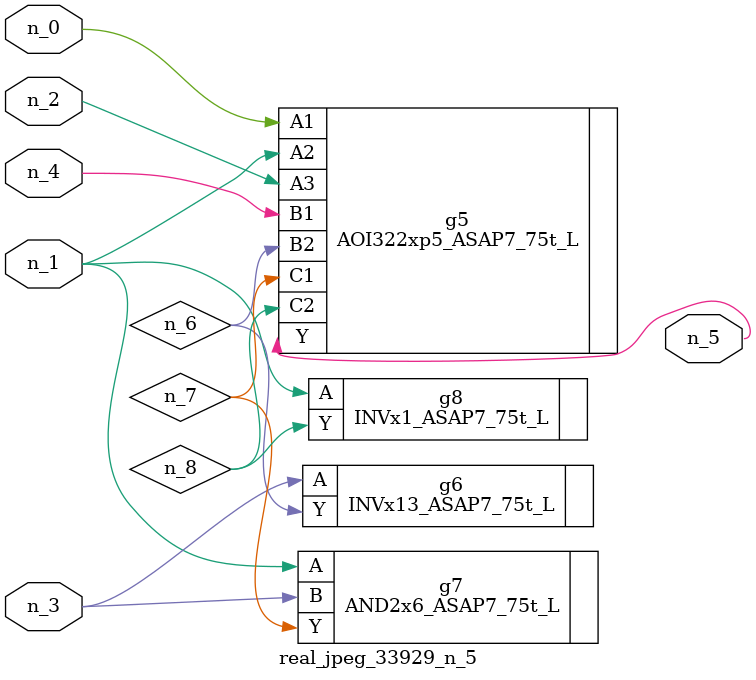
<source format=v>
module real_jpeg_33929_n_5 (n_4, n_0, n_1, n_2, n_3, n_5);

input n_4;
input n_0;
input n_1;
input n_2;
input n_3;

output n_5;

wire n_8;
wire n_6;
wire n_7;

AOI322xp5_ASAP7_75t_L g5 ( 
.A1(n_0),
.A2(n_1),
.A3(n_2),
.B1(n_4),
.B2(n_6),
.C1(n_7),
.C2(n_8),
.Y(n_5)
);

AND2x6_ASAP7_75t_L g7 ( 
.A(n_1),
.B(n_3),
.Y(n_7)
);

INVx1_ASAP7_75t_L g8 ( 
.A(n_1),
.Y(n_8)
);

INVx13_ASAP7_75t_L g6 ( 
.A(n_3),
.Y(n_6)
);


endmodule
</source>
